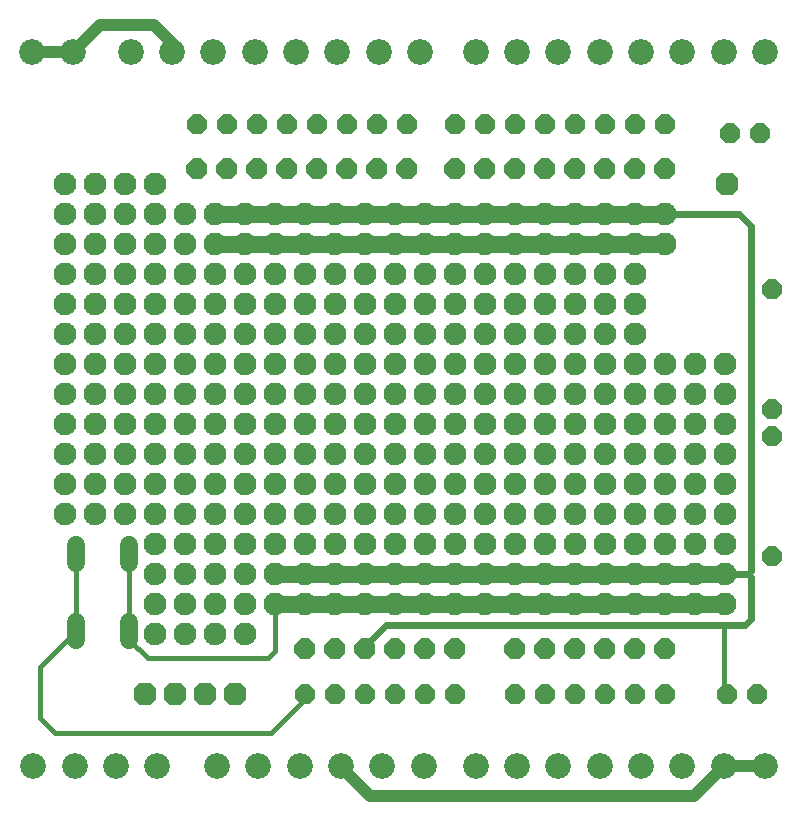
<source format=gbr>
G04 EAGLE Gerber RS-274X export*
G75*
%MOMM*%
%FSLAX34Y34*%
%LPD*%
%INBottom Copper*%
%IPPOS*%
%AMOC8*
5,1,8,0,0,1.08239X$1,22.5*%
G01*
%ADD10P,1.814519X8X22.500000*%
%ADD11P,1.924489X8X112.500000*%
%ADD12P,1.924489X8X292.500000*%
%ADD13C,2.184400*%
%ADD14C,1.524000*%
%ADD15P,1.814519X8X112.500000*%
%ADD16P,1.814519X8X292.500000*%
%ADD17P,2.089446X8X22.500000*%
%ADD18C,0.406400*%
%ADD19C,1.930400*%
%ADD20C,0.609600*%
%ADD21C,1.016000*%

G36*
X635018Y424691D02*
X635018Y424691D01*
X635036Y424689D01*
X635218Y424710D01*
X635401Y424729D01*
X635418Y424734D01*
X635435Y424736D01*
X635610Y424793D01*
X635786Y424847D01*
X635801Y424855D01*
X635818Y424861D01*
X635978Y424951D01*
X636140Y425039D01*
X636153Y425050D01*
X636169Y425059D01*
X636308Y425179D01*
X636449Y425296D01*
X636460Y425310D01*
X636474Y425322D01*
X636586Y425467D01*
X636701Y425610D01*
X636709Y425626D01*
X636720Y425640D01*
X636802Y425805D01*
X636887Y425967D01*
X636892Y425984D01*
X636900Y426001D01*
X636947Y426179D01*
X636998Y426354D01*
X637000Y426372D01*
X637004Y426389D01*
X637031Y426720D01*
X637031Y436880D01*
X637030Y436896D01*
X637031Y436912D01*
X637031Y436913D01*
X637031Y436916D01*
X637010Y437098D01*
X636991Y437281D01*
X636986Y437298D01*
X636984Y437315D01*
X636927Y437490D01*
X636873Y437666D01*
X636865Y437681D01*
X636859Y437698D01*
X636769Y437858D01*
X636681Y438020D01*
X636670Y438033D01*
X636661Y438049D01*
X636541Y438188D01*
X636424Y438329D01*
X636410Y438340D01*
X636398Y438354D01*
X636253Y438466D01*
X636110Y438581D01*
X636094Y438589D01*
X636080Y438600D01*
X635915Y438682D01*
X635753Y438767D01*
X635736Y438772D01*
X635720Y438780D01*
X635541Y438827D01*
X635366Y438878D01*
X635348Y438880D01*
X635331Y438884D01*
X635000Y438911D01*
X251460Y438911D01*
X251442Y438909D01*
X251424Y438911D01*
X251242Y438890D01*
X251059Y438871D01*
X251042Y438866D01*
X251025Y438864D01*
X250850Y438807D01*
X250674Y438753D01*
X250659Y438745D01*
X250642Y438739D01*
X250482Y438649D01*
X250320Y438561D01*
X250307Y438550D01*
X250291Y438541D01*
X250152Y438421D01*
X250011Y438304D01*
X250000Y438290D01*
X249987Y438278D01*
X249874Y438133D01*
X249759Y437990D01*
X249751Y437974D01*
X249740Y437960D01*
X249658Y437795D01*
X249573Y437633D01*
X249568Y437616D01*
X249560Y437600D01*
X249513Y437421D01*
X249462Y437246D01*
X249460Y437228D01*
X249456Y437211D01*
X249429Y436880D01*
X249429Y426720D01*
X249431Y426702D01*
X249429Y426684D01*
X249450Y426502D01*
X249469Y426319D01*
X249474Y426302D01*
X249476Y426285D01*
X249533Y426110D01*
X249587Y425934D01*
X249595Y425919D01*
X249601Y425902D01*
X249691Y425742D01*
X249779Y425580D01*
X249790Y425567D01*
X249799Y425551D01*
X249919Y425412D01*
X250036Y425271D01*
X250050Y425260D01*
X250062Y425247D01*
X250207Y425134D01*
X250350Y425019D01*
X250366Y425011D01*
X250380Y425000D01*
X250545Y424918D01*
X250707Y424833D01*
X250724Y424828D01*
X250741Y424820D01*
X250919Y424773D01*
X251094Y424722D01*
X251112Y424720D01*
X251129Y424716D01*
X251460Y424689D01*
X635000Y424689D01*
X635018Y424691D01*
G37*
G36*
X637558Y399291D02*
X637558Y399291D01*
X637576Y399289D01*
X637758Y399310D01*
X637941Y399329D01*
X637958Y399334D01*
X637975Y399336D01*
X638150Y399393D01*
X638326Y399447D01*
X638341Y399455D01*
X638358Y399461D01*
X638518Y399551D01*
X638680Y399639D01*
X638693Y399650D01*
X638709Y399659D01*
X638848Y399779D01*
X638989Y399896D01*
X639000Y399910D01*
X639014Y399922D01*
X639126Y400067D01*
X639241Y400210D01*
X639249Y400226D01*
X639260Y400240D01*
X639342Y400405D01*
X639427Y400567D01*
X639432Y400584D01*
X639440Y400601D01*
X639487Y400779D01*
X639538Y400954D01*
X639540Y400972D01*
X639544Y400989D01*
X639571Y401320D01*
X639571Y411480D01*
X639570Y411496D01*
X639571Y411512D01*
X639571Y411513D01*
X639571Y411516D01*
X639550Y411698D01*
X639531Y411881D01*
X639526Y411898D01*
X639524Y411915D01*
X639467Y412090D01*
X639413Y412266D01*
X639405Y412281D01*
X639399Y412298D01*
X639309Y412458D01*
X639221Y412620D01*
X639210Y412633D01*
X639201Y412649D01*
X639081Y412788D01*
X638964Y412929D01*
X638950Y412940D01*
X638938Y412954D01*
X638793Y413066D01*
X638650Y413181D01*
X638634Y413189D01*
X638620Y413200D01*
X638455Y413282D01*
X638293Y413367D01*
X638276Y413372D01*
X638260Y413380D01*
X638081Y413427D01*
X637906Y413478D01*
X637888Y413480D01*
X637871Y413484D01*
X637540Y413511D01*
X254000Y413511D01*
X253982Y413509D01*
X253964Y413511D01*
X253782Y413490D01*
X253599Y413471D01*
X253582Y413466D01*
X253565Y413464D01*
X253390Y413407D01*
X253214Y413353D01*
X253199Y413345D01*
X253182Y413339D01*
X253022Y413249D01*
X252860Y413161D01*
X252847Y413150D01*
X252831Y413141D01*
X252692Y413021D01*
X252551Y412904D01*
X252540Y412890D01*
X252527Y412878D01*
X252414Y412733D01*
X252299Y412590D01*
X252291Y412574D01*
X252280Y412560D01*
X252198Y412395D01*
X252113Y412233D01*
X252108Y412216D01*
X252100Y412200D01*
X252053Y412021D01*
X252002Y411846D01*
X252000Y411828D01*
X251996Y411811D01*
X251969Y411480D01*
X251969Y401320D01*
X251971Y401302D01*
X251969Y401284D01*
X251990Y401102D01*
X252009Y400919D01*
X252014Y400902D01*
X252016Y400885D01*
X252073Y400710D01*
X252127Y400534D01*
X252135Y400519D01*
X252141Y400502D01*
X252231Y400342D01*
X252319Y400180D01*
X252330Y400167D01*
X252339Y400151D01*
X252459Y400012D01*
X252576Y399871D01*
X252590Y399860D01*
X252602Y399847D01*
X252747Y399734D01*
X252890Y399619D01*
X252906Y399611D01*
X252920Y399600D01*
X253085Y399518D01*
X253247Y399433D01*
X253264Y399428D01*
X253281Y399420D01*
X253459Y399373D01*
X253634Y399322D01*
X253652Y399320D01*
X253669Y399316D01*
X254000Y399289D01*
X637540Y399289D01*
X637558Y399291D01*
G37*
G36*
X685818Y119891D02*
X685818Y119891D01*
X685836Y119889D01*
X686018Y119910D01*
X686201Y119929D01*
X686218Y119934D01*
X686235Y119936D01*
X686410Y119993D01*
X686586Y120047D01*
X686601Y120055D01*
X686618Y120061D01*
X686778Y120151D01*
X686940Y120239D01*
X686953Y120250D01*
X686969Y120259D01*
X687108Y120379D01*
X687249Y120496D01*
X687260Y120510D01*
X687274Y120522D01*
X687386Y120667D01*
X687501Y120810D01*
X687509Y120826D01*
X687520Y120840D01*
X687602Y121005D01*
X687687Y121167D01*
X687692Y121184D01*
X687700Y121201D01*
X687747Y121379D01*
X687798Y121554D01*
X687800Y121572D01*
X687804Y121589D01*
X687831Y121920D01*
X687831Y132080D01*
X687830Y132096D01*
X687831Y132112D01*
X687831Y132113D01*
X687831Y132116D01*
X687810Y132298D01*
X687791Y132481D01*
X687786Y132498D01*
X687784Y132515D01*
X687727Y132690D01*
X687673Y132866D01*
X687665Y132881D01*
X687659Y132898D01*
X687569Y133058D01*
X687481Y133220D01*
X687470Y133233D01*
X687461Y133249D01*
X687341Y133388D01*
X687224Y133529D01*
X687210Y133540D01*
X687198Y133554D01*
X687053Y133666D01*
X686910Y133781D01*
X686894Y133789D01*
X686880Y133800D01*
X686715Y133882D01*
X686553Y133967D01*
X686536Y133972D01*
X686520Y133980D01*
X686341Y134027D01*
X686166Y134078D01*
X686148Y134080D01*
X686131Y134084D01*
X685800Y134111D01*
X302260Y134111D01*
X302242Y134109D01*
X302224Y134111D01*
X302042Y134090D01*
X301859Y134071D01*
X301842Y134066D01*
X301825Y134064D01*
X301650Y134007D01*
X301474Y133953D01*
X301459Y133945D01*
X301442Y133939D01*
X301282Y133849D01*
X301120Y133761D01*
X301107Y133750D01*
X301091Y133741D01*
X300952Y133621D01*
X300811Y133504D01*
X300800Y133490D01*
X300787Y133478D01*
X300674Y133333D01*
X300559Y133190D01*
X300551Y133174D01*
X300540Y133160D01*
X300458Y132995D01*
X300373Y132833D01*
X300368Y132816D01*
X300360Y132800D01*
X300313Y132621D01*
X300262Y132446D01*
X300260Y132428D01*
X300256Y132411D01*
X300229Y132080D01*
X300229Y121920D01*
X300231Y121902D01*
X300229Y121884D01*
X300250Y121702D01*
X300269Y121519D01*
X300274Y121502D01*
X300276Y121485D01*
X300333Y121310D01*
X300387Y121134D01*
X300395Y121119D01*
X300401Y121102D01*
X300491Y120942D01*
X300579Y120780D01*
X300590Y120767D01*
X300599Y120751D01*
X300719Y120612D01*
X300836Y120471D01*
X300850Y120460D01*
X300862Y120447D01*
X301007Y120334D01*
X301150Y120219D01*
X301166Y120211D01*
X301180Y120200D01*
X301345Y120118D01*
X301507Y120033D01*
X301524Y120028D01*
X301541Y120020D01*
X301719Y119973D01*
X301894Y119922D01*
X301912Y119920D01*
X301929Y119916D01*
X302260Y119889D01*
X685800Y119889D01*
X685818Y119891D01*
G37*
G36*
X688358Y94491D02*
X688358Y94491D01*
X688376Y94489D01*
X688558Y94510D01*
X688741Y94529D01*
X688758Y94534D01*
X688775Y94536D01*
X688950Y94593D01*
X689126Y94647D01*
X689141Y94655D01*
X689158Y94661D01*
X689318Y94751D01*
X689480Y94839D01*
X689493Y94850D01*
X689509Y94859D01*
X689648Y94979D01*
X689789Y95096D01*
X689800Y95110D01*
X689814Y95122D01*
X689926Y95267D01*
X690041Y95410D01*
X690049Y95426D01*
X690060Y95440D01*
X690142Y95605D01*
X690227Y95767D01*
X690232Y95784D01*
X690240Y95801D01*
X690287Y95979D01*
X690338Y96154D01*
X690340Y96172D01*
X690344Y96189D01*
X690371Y96520D01*
X690371Y106680D01*
X690370Y106696D01*
X690371Y106712D01*
X690371Y106713D01*
X690371Y106716D01*
X690350Y106898D01*
X690331Y107081D01*
X690326Y107098D01*
X690324Y107115D01*
X690267Y107290D01*
X690213Y107466D01*
X690205Y107481D01*
X690199Y107498D01*
X690109Y107658D01*
X690021Y107820D01*
X690010Y107833D01*
X690001Y107849D01*
X689881Y107988D01*
X689764Y108129D01*
X689750Y108140D01*
X689738Y108154D01*
X689593Y108266D01*
X689450Y108381D01*
X689434Y108389D01*
X689420Y108400D01*
X689255Y108482D01*
X689093Y108567D01*
X689076Y108572D01*
X689060Y108580D01*
X688881Y108627D01*
X688706Y108678D01*
X688688Y108680D01*
X688671Y108684D01*
X688340Y108711D01*
X304800Y108711D01*
X304782Y108709D01*
X304764Y108711D01*
X304582Y108690D01*
X304399Y108671D01*
X304382Y108666D01*
X304365Y108664D01*
X304190Y108607D01*
X304014Y108553D01*
X303999Y108545D01*
X303982Y108539D01*
X303822Y108449D01*
X303660Y108361D01*
X303647Y108350D01*
X303631Y108341D01*
X303492Y108221D01*
X303351Y108104D01*
X303340Y108090D01*
X303327Y108078D01*
X303214Y107933D01*
X303099Y107790D01*
X303091Y107774D01*
X303080Y107760D01*
X302998Y107595D01*
X302913Y107433D01*
X302908Y107416D01*
X302900Y107400D01*
X302853Y107221D01*
X302802Y107046D01*
X302800Y107028D01*
X302796Y107011D01*
X302769Y106680D01*
X302769Y96520D01*
X302771Y96502D01*
X302769Y96484D01*
X302790Y96302D01*
X302809Y96119D01*
X302814Y96102D01*
X302816Y96085D01*
X302873Y95910D01*
X302927Y95734D01*
X302935Y95719D01*
X302941Y95702D01*
X303031Y95542D01*
X303119Y95380D01*
X303130Y95367D01*
X303139Y95351D01*
X303259Y95212D01*
X303376Y95071D01*
X303390Y95060D01*
X303402Y95047D01*
X303547Y94934D01*
X303690Y94819D01*
X303706Y94811D01*
X303720Y94800D01*
X303885Y94718D01*
X304047Y94633D01*
X304064Y94628D01*
X304081Y94620D01*
X304259Y94573D01*
X304434Y94522D01*
X304452Y94520D01*
X304469Y94516D01*
X304800Y94489D01*
X688340Y94489D01*
X688358Y94491D01*
G37*
D10*
X533400Y508000D03*
X508000Y25400D03*
X558800Y508000D03*
X584200Y508000D03*
X609600Y508000D03*
X635000Y508000D03*
X508000Y508000D03*
X482600Y508000D03*
X457200Y508000D03*
X416560Y508000D03*
X391160Y508000D03*
X365760Y508000D03*
X340360Y508000D03*
X314960Y508000D03*
X289560Y508000D03*
X264160Y508000D03*
X238760Y508000D03*
X533400Y25400D03*
X558800Y25400D03*
X584200Y25400D03*
X609600Y25400D03*
X635000Y25400D03*
X457200Y25400D03*
X431800Y25400D03*
X406400Y25400D03*
X381000Y25400D03*
X355600Y25400D03*
X330200Y25400D03*
D11*
X457200Y469900D03*
X482600Y469900D03*
X508000Y469900D03*
X533400Y469900D03*
X558800Y469900D03*
X584200Y469900D03*
X609600Y469900D03*
X635000Y469900D03*
X238760Y469900D03*
X264160Y469900D03*
X289560Y469900D03*
X314960Y469900D03*
X340360Y469900D03*
X365760Y469900D03*
X391160Y469900D03*
X416560Y469900D03*
D12*
X457200Y63500D03*
X431800Y63500D03*
X406400Y63500D03*
X381000Y63500D03*
X355600Y63500D03*
X330200Y63500D03*
X635000Y63500D03*
X609600Y63500D03*
X584200Y63500D03*
X558800Y63500D03*
X533400Y63500D03*
X508000Y63500D03*
D13*
X395400Y-35560D03*
X360400Y-35560D03*
X325400Y-35560D03*
X290400Y-35560D03*
X255400Y-35560D03*
X430400Y-35560D03*
X614400Y-35560D03*
X579400Y-35560D03*
X544400Y-35560D03*
X509400Y-35560D03*
X474400Y-35560D03*
X649400Y-35560D03*
X684400Y-35560D03*
X719400Y-35560D03*
X204900Y-35560D03*
X169900Y-35560D03*
X134900Y-35560D03*
X99900Y-35560D03*
X98840Y568960D03*
X133840Y568960D03*
X579400Y568960D03*
X614400Y568960D03*
X649400Y568960D03*
X684400Y568960D03*
X719400Y568960D03*
X544400Y568960D03*
X509400Y568960D03*
X474400Y568960D03*
X287300Y568960D03*
X322300Y568960D03*
X357300Y568960D03*
X392300Y568960D03*
X427300Y568960D03*
X252300Y568960D03*
X217300Y568960D03*
X182300Y568960D03*
D14*
X136144Y86868D02*
X136144Y71628D01*
X181356Y71628D02*
X181356Y86868D01*
X136144Y136652D02*
X136144Y151892D01*
X181356Y151892D02*
X181356Y136652D01*
D10*
X689610Y500380D03*
X715010Y500380D03*
D15*
X725170Y266700D03*
X725170Y368300D03*
D16*
X725170Y243840D03*
X725170Y142240D03*
D10*
X687070Y25400D03*
X712470Y25400D03*
D17*
X687070Y457200D03*
X270510Y25400D03*
X245110Y25400D03*
X219710Y25400D03*
X194310Y25400D03*
D18*
X136144Y79248D02*
X135890Y78994D01*
X135890Y144018D02*
X136144Y144272D01*
X135890Y144018D02*
X135890Y78994D01*
X136144Y79248D02*
X105410Y48514D01*
X105410Y5080D01*
X118110Y-7620D01*
X330200Y25400D02*
X334010Y25400D01*
X300990Y-7620D02*
X118110Y-7620D01*
X300990Y-7620D02*
X330200Y21590D01*
X330200Y25400D01*
D19*
X228600Y406400D03*
X254000Y381000D03*
X228600Y381000D03*
X279400Y381000D03*
X304800Y381000D03*
X330200Y381000D03*
X355600Y381000D03*
X381000Y381000D03*
X406400Y381000D03*
X431800Y381000D03*
X457200Y381000D03*
X482600Y381000D03*
X508000Y381000D03*
X558800Y381000D03*
X533400Y381000D03*
X584200Y381000D03*
X609600Y381000D03*
X635000Y304800D03*
X635000Y279400D03*
X635000Y254000D03*
X635000Y228600D03*
X635000Y203200D03*
X635000Y177800D03*
X635000Y152400D03*
X609600Y152400D03*
X609600Y177800D03*
X609600Y203200D03*
X609600Y228600D03*
X609600Y254000D03*
X609600Y279400D03*
X609600Y304800D03*
X609600Y330200D03*
X609600Y355600D03*
X584200Y355600D03*
X584200Y330200D03*
X584200Y304800D03*
X584200Y254000D03*
X584200Y279400D03*
X584200Y228600D03*
X584200Y203200D03*
X584200Y177800D03*
X584200Y152400D03*
X533400Y152400D03*
X558800Y152400D03*
X558800Y177800D03*
X533400Y177800D03*
X533400Y203200D03*
X558800Y203200D03*
X558800Y228600D03*
X533400Y228600D03*
X533400Y254000D03*
X558800Y254000D03*
X558800Y279400D03*
X533400Y279400D03*
X533400Y304800D03*
X558800Y304800D03*
X558800Y330200D03*
X533400Y330200D03*
X533400Y355600D03*
X558800Y355600D03*
X508000Y355600D03*
X508000Y304800D03*
X508000Y330200D03*
X508000Y279400D03*
X508000Y254000D03*
X508000Y228600D03*
X508000Y203200D03*
X508000Y177800D03*
X508000Y152400D03*
X482600Y330200D03*
X482600Y355600D03*
X482600Y304800D03*
X482600Y279400D03*
X482600Y254000D03*
X482600Y228600D03*
X482600Y203200D03*
X482600Y177800D03*
X482600Y152400D03*
X457200Y152400D03*
X457200Y177800D03*
X457200Y203200D03*
X457200Y228600D03*
X457200Y254000D03*
X457200Y279400D03*
X457200Y304800D03*
X457200Y330200D03*
X457200Y355600D03*
X431800Y355600D03*
X431800Y330200D03*
X431800Y304800D03*
X431800Y279400D03*
X431800Y254000D03*
X431800Y228600D03*
X431800Y203200D03*
X431800Y177800D03*
X431800Y152400D03*
X381000Y152400D03*
X406400Y152400D03*
X406400Y177800D03*
X381000Y177800D03*
X381000Y203200D03*
X406400Y203200D03*
X406400Y228600D03*
X381000Y254000D03*
X381000Y279400D03*
X406400Y304800D03*
X381000Y304800D03*
X381000Y330200D03*
X406400Y355600D03*
X381000Y355600D03*
X406400Y330200D03*
X406400Y279400D03*
X381000Y228600D03*
X406400Y254000D03*
X355600Y152400D03*
X355600Y177800D03*
X355600Y355600D03*
X355600Y330200D03*
X355600Y304800D03*
X355600Y279400D03*
X355600Y254000D03*
X355600Y203200D03*
X355600Y228600D03*
X330200Y228600D03*
X330200Y355600D03*
X330200Y304800D03*
X330200Y330200D03*
X330200Y279400D03*
X330200Y254000D03*
X330200Y203200D03*
X330200Y177800D03*
X330200Y152400D03*
X304800Y152400D03*
X304800Y177800D03*
X304800Y203200D03*
X304800Y228600D03*
X304800Y279400D03*
X304800Y304800D03*
X304800Y330200D03*
X304800Y355600D03*
X304800Y254000D03*
X279400Y330200D03*
X279400Y355600D03*
X279400Y304800D03*
X279400Y279400D03*
X279400Y254000D03*
X279400Y228600D03*
X279400Y203200D03*
X279400Y177800D03*
X279400Y152400D03*
X279400Y127000D03*
X254000Y127000D03*
X254000Y152400D03*
X254000Y177800D03*
X254000Y203200D03*
X254000Y254000D03*
X254000Y279400D03*
X254000Y304800D03*
X254000Y330200D03*
X254000Y355600D03*
X254000Y228600D03*
X228600Y254000D03*
X228600Y304800D03*
X228600Y330200D03*
X228600Y355600D03*
X228600Y279400D03*
X228600Y228600D03*
X228600Y177800D03*
X228600Y203200D03*
X228600Y152400D03*
X228600Y127000D03*
X203200Y431800D03*
X203200Y381000D03*
X203200Y406400D03*
X203200Y355600D03*
X203200Y304800D03*
X203200Y279400D03*
X203200Y254000D03*
X203200Y330200D03*
X203200Y228600D03*
X203200Y203200D03*
X203200Y177800D03*
X203200Y152400D03*
X203200Y127000D03*
X177800Y177800D03*
X177800Y203200D03*
X177800Y228600D03*
X177800Y254000D03*
X177800Y279400D03*
X177800Y304800D03*
X177800Y330200D03*
X177800Y355600D03*
X177800Y381000D03*
X177800Y406400D03*
X177800Y431800D03*
X127000Y431800D03*
X152400Y431800D03*
X127000Y406400D03*
X152400Y406400D03*
X127000Y381000D03*
X152400Y381000D03*
X152400Y355600D03*
X127000Y355600D03*
X127000Y304800D03*
X127000Y330200D03*
X152400Y330200D03*
X152400Y304800D03*
X152400Y279400D03*
X152400Y254000D03*
X152400Y228600D03*
X152400Y203200D03*
X152400Y177800D03*
X203200Y76200D03*
X203200Y101600D03*
X228600Y101600D03*
X228600Y76200D03*
X254000Y76200D03*
X254000Y101600D03*
X127000Y279400D03*
X127000Y254000D03*
X127000Y228600D03*
X127000Y203200D03*
X127000Y177800D03*
X685800Y304800D03*
X685800Y254000D03*
X660400Y304800D03*
X660400Y279400D03*
X660400Y254000D03*
X660400Y203200D03*
X660400Y228600D03*
X660400Y177800D03*
X660400Y152400D03*
X685800Y152400D03*
X685800Y177800D03*
X685800Y203200D03*
X685800Y228600D03*
X685800Y279400D03*
X279400Y76200D03*
X279400Y101600D03*
D20*
X684530Y83820D02*
X702310Y83820D01*
X707390Y88900D01*
X707390Y124460D01*
X685800Y127000D02*
X683260Y127000D01*
X704850Y127000D02*
X707390Y124460D01*
X704850Y127000D02*
X685800Y127000D01*
X704850Y127000D02*
X707390Y129540D01*
X707390Y421640D01*
D18*
X684530Y27940D02*
X687070Y25400D01*
X684530Y27940D02*
X684530Y83820D01*
D20*
X381000Y66040D02*
X381000Y63500D01*
X398780Y83820D02*
X684530Y83820D01*
X398780Y83820D02*
X381000Y66040D01*
X707390Y421640D02*
X697230Y431800D01*
X635000Y431800D01*
D19*
X635000Y431800D03*
X609600Y431800D03*
X584200Y431800D03*
X558800Y431800D03*
X533400Y431800D03*
X508000Y431800D03*
X482600Y431800D03*
X457200Y431800D03*
X431800Y431800D03*
X406400Y431800D03*
X381000Y431800D03*
X355600Y431800D03*
X330200Y431800D03*
X304800Y431800D03*
X279400Y431800D03*
X254000Y431800D03*
X685800Y127000D03*
X660400Y127000D03*
X635000Y127000D03*
X609600Y127000D03*
X584200Y127000D03*
X558800Y127000D03*
X533400Y127000D03*
X508000Y127000D03*
X482600Y127000D03*
X457200Y127000D03*
X431800Y127000D03*
X406400Y127000D03*
X381000Y127000D03*
X355600Y127000D03*
X330200Y127000D03*
X304800Y127000D03*
X228600Y431800D03*
D18*
X302260Y101600D02*
X304800Y101600D01*
D20*
X133350Y566420D02*
X133840Y566910D01*
X133840Y568960D01*
D21*
X130810Y568960D02*
X98840Y568960D01*
D20*
X130810Y568960D02*
X133350Y566420D01*
D18*
X181356Y79248D02*
X181356Y71374D01*
X196850Y55880D02*
X298450Y55880D01*
X196850Y55880D02*
X181356Y71374D01*
X181356Y79248D02*
X181356Y139446D01*
D21*
X133840Y568960D02*
X156700Y591820D01*
X201930Y591820D01*
X217170Y569090D02*
X217300Y568960D01*
X217170Y576580D02*
X201930Y591820D01*
X217170Y576580D02*
X217170Y569090D01*
X719400Y-35560D02*
X720090Y-35560D01*
X719400Y-35560D02*
X684400Y-35560D01*
X659000Y-60960D01*
X384810Y-60960D01*
X361950Y-38100D02*
X361950Y-37110D01*
X360400Y-35560D01*
X361950Y-38100D02*
X384810Y-60960D01*
D18*
X298450Y55880D02*
X304800Y62230D01*
X304800Y101600D01*
X182880Y142748D02*
X181356Y144272D01*
X182880Y140970D02*
X181356Y139446D01*
X182880Y140970D02*
X182880Y142748D01*
D19*
X254000Y406400D03*
X279400Y406400D03*
X304800Y406400D03*
X330200Y406400D03*
X355600Y406400D03*
X381000Y406400D03*
X406400Y406400D03*
X431800Y406400D03*
X457200Y406400D03*
X482600Y406400D03*
X508000Y406400D03*
X533400Y406400D03*
X558800Y406400D03*
X584200Y406400D03*
X609600Y406400D03*
X635000Y406400D03*
X304800Y101600D03*
X330200Y101600D03*
X355600Y101600D03*
X381000Y101600D03*
X406400Y101600D03*
X431800Y101600D03*
X457200Y101600D03*
X482600Y101600D03*
X508000Y101600D03*
X533400Y101600D03*
X558800Y101600D03*
X584200Y101600D03*
X609600Y101600D03*
X635000Y101600D03*
X660400Y101600D03*
X685800Y101600D03*
X203200Y457200D03*
X177800Y457200D03*
X152400Y457200D03*
X127000Y457200D03*
M02*

</source>
